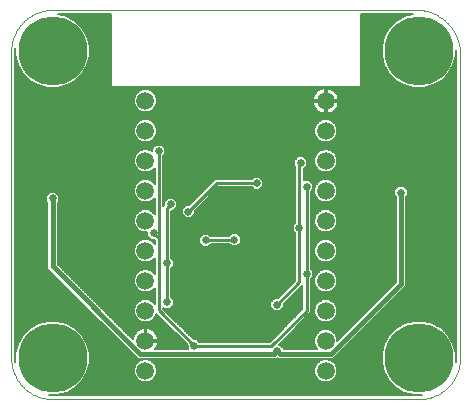
<source format=gbl>
G75*
%MOIN*%
%OFA0B0*%
%FSLAX25Y25*%
%IPPOS*%
%LPD*%
%AMOC8*
5,1,8,0,0,1.08239X$1,22.5*
%
%ADD10C,0.00000*%
%ADD11C,0.05906*%
%ADD12C,0.23000*%
%ADD13C,0.00600*%
%ADD14C,0.02578*%
%ADD15C,0.01000*%
%ADD16C,0.01600*%
D10*
X0026276Y0011207D02*
X0148323Y0011207D01*
X0148656Y0011211D01*
X0148989Y0011223D01*
X0149321Y0011243D01*
X0149653Y0011271D01*
X0149984Y0011307D01*
X0150314Y0011352D01*
X0150643Y0011404D01*
X0150971Y0011464D01*
X0151297Y0011532D01*
X0151621Y0011607D01*
X0151943Y0011691D01*
X0152263Y0011782D01*
X0152581Y0011881D01*
X0152897Y0011988D01*
X0153209Y0012102D01*
X0153519Y0012224D01*
X0153826Y0012354D01*
X0154130Y0012490D01*
X0154430Y0012634D01*
X0154727Y0012785D01*
X0155020Y0012944D01*
X0155309Y0013109D01*
X0155594Y0013281D01*
X0155875Y0013460D01*
X0156151Y0013646D01*
X0156423Y0013839D01*
X0156690Y0014038D01*
X0156952Y0014243D01*
X0157209Y0014455D01*
X0157461Y0014673D01*
X0157707Y0014896D01*
X0157948Y0015126D01*
X0158184Y0015362D01*
X0158414Y0015603D01*
X0158637Y0015849D01*
X0158855Y0016101D01*
X0159067Y0016358D01*
X0159272Y0016620D01*
X0159471Y0016887D01*
X0159664Y0017159D01*
X0159850Y0017435D01*
X0160029Y0017716D01*
X0160201Y0018001D01*
X0160366Y0018290D01*
X0160525Y0018583D01*
X0160676Y0018880D01*
X0160820Y0019180D01*
X0160956Y0019484D01*
X0161086Y0019791D01*
X0161208Y0020101D01*
X0161322Y0020413D01*
X0161429Y0020729D01*
X0161528Y0021047D01*
X0161619Y0021367D01*
X0161703Y0021689D01*
X0161778Y0022013D01*
X0161846Y0022339D01*
X0161906Y0022667D01*
X0161958Y0022996D01*
X0162003Y0023326D01*
X0162039Y0023657D01*
X0162067Y0023989D01*
X0162087Y0024321D01*
X0162099Y0024654D01*
X0162103Y0024987D01*
X0162102Y0024987D02*
X0162102Y0127231D01*
X0162103Y0127231D02*
X0162075Y0127588D01*
X0162038Y0127943D01*
X0161993Y0128298D01*
X0161939Y0128652D01*
X0161877Y0129004D01*
X0161806Y0129354D01*
X0161727Y0129703D01*
X0161639Y0130050D01*
X0161543Y0130394D01*
X0161439Y0130736D01*
X0161326Y0131075D01*
X0161205Y0131412D01*
X0161076Y0131746D01*
X0160940Y0132076D01*
X0160795Y0132403D01*
X0160642Y0132726D01*
X0160482Y0133046D01*
X0160314Y0133361D01*
X0160138Y0133673D01*
X0159955Y0133980D01*
X0159764Y0134282D01*
X0159566Y0134580D01*
X0159361Y0134873D01*
X0159149Y0135161D01*
X0158931Y0135444D01*
X0158705Y0135721D01*
X0158473Y0135993D01*
X0158234Y0136260D01*
X0157989Y0136520D01*
X0157737Y0136774D01*
X0157480Y0137022D01*
X0157217Y0137264D01*
X0156948Y0137500D01*
X0156673Y0137729D01*
X0156393Y0137951D01*
X0156107Y0138166D01*
X0155817Y0138375D01*
X0155521Y0138576D01*
X0155221Y0138770D01*
X0154916Y0138957D01*
X0154607Y0139136D01*
X0154293Y0139308D01*
X0153975Y0139472D01*
X0153654Y0139629D01*
X0153329Y0139777D01*
X0153000Y0139918D01*
X0152668Y0140051D01*
X0152333Y0140176D01*
X0151995Y0140292D01*
X0151654Y0140401D01*
X0151311Y0140501D01*
X0150965Y0140593D01*
X0150618Y0140676D01*
X0150268Y0140751D01*
X0149917Y0140818D01*
X0149564Y0140876D01*
X0149210Y0140925D01*
X0148854Y0140966D01*
X0148498Y0140999D01*
X0148142Y0141022D01*
X0147784Y0141037D01*
X0147427Y0141044D01*
X0147069Y0141042D01*
X0146712Y0141031D01*
X0146355Y0141011D01*
X0146354Y0141010D02*
X0026276Y0141010D01*
X0026276Y0141011D02*
X0025943Y0141007D01*
X0025610Y0140995D01*
X0025278Y0140975D01*
X0024946Y0140947D01*
X0024615Y0140911D01*
X0024285Y0140866D01*
X0023956Y0140814D01*
X0023628Y0140754D01*
X0023302Y0140686D01*
X0022978Y0140611D01*
X0022656Y0140527D01*
X0022336Y0140436D01*
X0022018Y0140337D01*
X0021702Y0140230D01*
X0021390Y0140116D01*
X0021080Y0139994D01*
X0020773Y0139864D01*
X0020469Y0139728D01*
X0020169Y0139584D01*
X0019872Y0139433D01*
X0019579Y0139274D01*
X0019290Y0139109D01*
X0019005Y0138937D01*
X0018724Y0138758D01*
X0018448Y0138572D01*
X0018176Y0138379D01*
X0017909Y0138180D01*
X0017647Y0137975D01*
X0017390Y0137763D01*
X0017138Y0137545D01*
X0016892Y0137322D01*
X0016651Y0137092D01*
X0016415Y0136856D01*
X0016185Y0136615D01*
X0015962Y0136369D01*
X0015744Y0136117D01*
X0015532Y0135860D01*
X0015327Y0135598D01*
X0015128Y0135331D01*
X0014935Y0135059D01*
X0014749Y0134783D01*
X0014570Y0134502D01*
X0014398Y0134217D01*
X0014233Y0133928D01*
X0014074Y0133635D01*
X0013923Y0133338D01*
X0013779Y0133038D01*
X0013643Y0132734D01*
X0013513Y0132427D01*
X0013391Y0132117D01*
X0013277Y0131805D01*
X0013170Y0131489D01*
X0013071Y0131171D01*
X0012980Y0130851D01*
X0012896Y0130529D01*
X0012821Y0130205D01*
X0012753Y0129879D01*
X0012693Y0129551D01*
X0012641Y0129222D01*
X0012596Y0128892D01*
X0012560Y0128561D01*
X0012532Y0128229D01*
X0012512Y0127897D01*
X0012500Y0127564D01*
X0012496Y0127231D01*
X0012496Y0024987D01*
X0012500Y0024654D01*
X0012512Y0024321D01*
X0012532Y0023989D01*
X0012560Y0023657D01*
X0012596Y0023326D01*
X0012641Y0022996D01*
X0012693Y0022667D01*
X0012753Y0022339D01*
X0012821Y0022013D01*
X0012896Y0021689D01*
X0012980Y0021367D01*
X0013071Y0021047D01*
X0013170Y0020729D01*
X0013277Y0020413D01*
X0013391Y0020101D01*
X0013513Y0019791D01*
X0013643Y0019484D01*
X0013779Y0019180D01*
X0013923Y0018880D01*
X0014074Y0018583D01*
X0014233Y0018290D01*
X0014398Y0018001D01*
X0014570Y0017716D01*
X0014749Y0017435D01*
X0014935Y0017159D01*
X0015128Y0016887D01*
X0015327Y0016620D01*
X0015532Y0016358D01*
X0015744Y0016101D01*
X0015962Y0015849D01*
X0016185Y0015603D01*
X0016415Y0015362D01*
X0016651Y0015126D01*
X0016892Y0014896D01*
X0017138Y0014673D01*
X0017390Y0014455D01*
X0017647Y0014243D01*
X0017909Y0014038D01*
X0018176Y0013839D01*
X0018448Y0013646D01*
X0018724Y0013460D01*
X0019005Y0013281D01*
X0019290Y0013109D01*
X0019579Y0012944D01*
X0019872Y0012785D01*
X0020169Y0012634D01*
X0020469Y0012490D01*
X0020773Y0012354D01*
X0021080Y0012224D01*
X0021390Y0012102D01*
X0021702Y0011988D01*
X0022018Y0011881D01*
X0022336Y0011782D01*
X0022656Y0011691D01*
X0022978Y0011607D01*
X0023302Y0011532D01*
X0023628Y0011464D01*
X0023956Y0011404D01*
X0024285Y0011352D01*
X0024615Y0011307D01*
X0024946Y0011271D01*
X0025278Y0011243D01*
X0025610Y0011223D01*
X0025943Y0011211D01*
X0026276Y0011207D01*
D11*
X0057249Y0020662D03*
X0057249Y0030662D03*
X0057249Y0040662D03*
X0057249Y0050662D03*
X0057249Y0060662D03*
X0057249Y0070662D03*
X0057249Y0080662D03*
X0057249Y0090662D03*
X0057249Y0100662D03*
X0057249Y0110662D03*
X0117349Y0110662D03*
X0117349Y0100662D03*
X0117349Y0090662D03*
X0117349Y0080662D03*
X0117349Y0070662D03*
X0117349Y0060662D03*
X0117349Y0050662D03*
X0117349Y0040662D03*
X0117349Y0030662D03*
X0117349Y0020662D03*
D12*
X0148323Y0024987D03*
X0026276Y0024987D03*
X0026276Y0127349D03*
X0148323Y0127349D03*
D13*
X0027908Y0012587D02*
X0025062Y0012587D01*
X0026276Y0012507D01*
X0148323Y0012507D01*
X0149536Y0012587D01*
X0146690Y0012587D01*
X0143537Y0013432D01*
X0140709Y0015064D01*
X0138400Y0017373D01*
X0136768Y0020201D01*
X0135923Y0023354D01*
X0135923Y0026619D01*
X0136768Y0029773D01*
X0138400Y0032601D01*
X0140709Y0034909D01*
X0143537Y0036542D01*
X0146690Y0037387D01*
X0149955Y0037387D01*
X0153109Y0036542D01*
X0155937Y0034909D01*
X0158245Y0032601D01*
X0159878Y0029773D01*
X0160723Y0026619D01*
X0160723Y0023773D01*
X0160802Y0024987D01*
X0160802Y0127166D01*
X0160723Y0127765D01*
X0160723Y0125717D01*
X0159878Y0122563D01*
X0158245Y0119735D01*
X0155937Y0117427D01*
X0153109Y0115794D01*
X0149955Y0114949D01*
X0146690Y0114949D01*
X0143537Y0115794D01*
X0140709Y0117427D01*
X0138400Y0119735D01*
X0136768Y0122563D01*
X0135923Y0125717D01*
X0135923Y0128982D01*
X0136768Y0132135D01*
X0138400Y0134963D01*
X0140709Y0137272D01*
X0143537Y0138904D01*
X0146546Y0139710D01*
X0146398Y0139710D01*
X0145904Y0139678D01*
X0145866Y0139710D01*
X0128938Y0139710D01*
X0128938Y0115414D01*
X0128762Y0115238D01*
X0045836Y0115238D01*
X0045661Y0115414D01*
X0045661Y0139710D01*
X0028052Y0139710D01*
X0031062Y0138904D01*
X0033889Y0137272D01*
X0036198Y0134963D01*
X0037831Y0132135D01*
X0038676Y0128982D01*
X0038676Y0125717D01*
X0037831Y0122563D01*
X0036198Y0119735D01*
X0033889Y0117427D01*
X0031062Y0115794D01*
X0027908Y0114949D01*
X0024643Y0114949D01*
X0021489Y0115794D01*
X0018662Y0117427D01*
X0016353Y0119735D01*
X0014721Y0122563D01*
X0013876Y0125717D01*
X0013876Y0128445D01*
X0013796Y0127231D01*
X0013796Y0024987D01*
X0013876Y0023773D01*
X0013876Y0026619D01*
X0014721Y0029773D01*
X0016353Y0032601D01*
X0018662Y0034909D01*
X0021489Y0036542D01*
X0024643Y0037387D01*
X0027908Y0037387D01*
X0031062Y0036542D01*
X0033889Y0034909D01*
X0036198Y0032601D01*
X0037831Y0029773D01*
X0038676Y0026619D01*
X0038676Y0023354D01*
X0037831Y0020201D01*
X0036198Y0017373D01*
X0033889Y0015064D01*
X0031062Y0013432D01*
X0027908Y0012587D01*
X0029461Y0013003D02*
X0145138Y0013003D01*
X0143243Y0013601D02*
X0031355Y0013601D01*
X0032392Y0014200D02*
X0142206Y0014200D01*
X0141170Y0014798D02*
X0033429Y0014798D01*
X0034222Y0015397D02*
X0140377Y0015397D01*
X0139778Y0015995D02*
X0034820Y0015995D01*
X0035419Y0016594D02*
X0139180Y0016594D01*
X0138581Y0017192D02*
X0119040Y0017192D01*
X0119532Y0017396D02*
X0120615Y0018480D01*
X0121202Y0019896D01*
X0121202Y0021429D01*
X0120615Y0022845D01*
X0119532Y0023929D01*
X0118116Y0024515D01*
X0116583Y0024515D01*
X0115167Y0023929D01*
X0114083Y0022845D01*
X0113496Y0021429D01*
X0113496Y0019896D01*
X0114083Y0018480D01*
X0115167Y0017396D01*
X0116583Y0016810D01*
X0118116Y0016810D01*
X0119532Y0017396D01*
X0119926Y0017791D02*
X0138159Y0017791D01*
X0137814Y0018389D02*
X0120525Y0018389D01*
X0120826Y0018988D02*
X0137468Y0018988D01*
X0137122Y0019587D02*
X0121074Y0019587D01*
X0121202Y0020185D02*
X0136777Y0020185D01*
X0136612Y0020784D02*
X0121202Y0020784D01*
X0121202Y0021382D02*
X0136451Y0021382D01*
X0136291Y0021981D02*
X0120973Y0021981D01*
X0120726Y0022579D02*
X0136131Y0022579D01*
X0135970Y0023178D02*
X0120283Y0023178D01*
X0119684Y0023776D02*
X0135923Y0023776D01*
X0135923Y0024375D02*
X0118455Y0024375D01*
X0119856Y0024610D02*
X0120852Y0025606D01*
X0143121Y0047875D01*
X0143121Y0047875D01*
X0144117Y0048871D01*
X0144117Y0078709D01*
X0144606Y0079198D01*
X0144606Y0081012D01*
X0143324Y0082294D01*
X0141511Y0082294D01*
X0140228Y0081012D01*
X0140228Y0079198D01*
X0140717Y0078709D01*
X0140717Y0050279D01*
X0121202Y0030764D01*
X0121202Y0031429D01*
X0120615Y0032845D01*
X0119532Y0033929D01*
X0118116Y0034515D01*
X0116583Y0034515D01*
X0115167Y0033929D01*
X0114083Y0032845D01*
X0113496Y0031429D01*
X0113496Y0029896D01*
X0114083Y0028480D01*
X0114553Y0028010D01*
X0103268Y0028010D01*
X0103268Y0028169D01*
X0101985Y0029451D01*
X0101618Y0029451D01*
X0111512Y0039345D01*
X0112332Y0040165D01*
X0112332Y0051271D01*
X0113121Y0052060D01*
X0113121Y0053873D01*
X0112332Y0054662D01*
X0112332Y0080367D01*
X0113121Y0081156D01*
X0113121Y0082970D01*
X0111838Y0084252D01*
X0110025Y0084252D01*
X0109943Y0084170D01*
X0109943Y0087842D01*
X0111142Y0089041D01*
X0111142Y0090854D01*
X0109859Y0092136D01*
X0108046Y0092136D01*
X0106764Y0090854D01*
X0106764Y0089041D01*
X0107143Y0088662D01*
X0107143Y0069969D01*
X0106354Y0069180D01*
X0106354Y0067367D01*
X0107143Y0066578D01*
X0107143Y0050747D01*
X0101288Y0044892D01*
X0100172Y0044892D01*
X0098890Y0043610D01*
X0098890Y0041797D01*
X0100172Y0040514D01*
X0101985Y0040514D01*
X0103268Y0041797D01*
X0103268Y0042912D01*
X0109123Y0048767D01*
X0109532Y0049177D01*
X0109532Y0041325D01*
X0098605Y0030399D01*
X0075215Y0030399D01*
X0074426Y0031188D01*
X0073311Y0031188D01*
X0063109Y0041390D01*
X0063109Y0041707D01*
X0063536Y0041280D01*
X0065349Y0041280D01*
X0066632Y0042562D01*
X0066632Y0044376D01*
X0065843Y0045165D01*
X0065843Y0054787D01*
X0066632Y0055576D01*
X0066632Y0057390D01*
X0065843Y0058179D01*
X0065843Y0073979D01*
X0066552Y0073979D01*
X0067835Y0075261D01*
X0067835Y0077075D01*
X0066552Y0078357D01*
X0064739Y0078357D01*
X0063457Y0077075D01*
X0063457Y0075959D01*
X0063109Y0075611D01*
X0063109Y0092210D01*
X0063887Y0092988D01*
X0063887Y0094802D01*
X0062605Y0096084D01*
X0060791Y0096084D01*
X0059509Y0094802D01*
X0059509Y0093851D01*
X0059432Y0093929D01*
X0058016Y0094515D01*
X0056483Y0094515D01*
X0055067Y0093929D01*
X0053983Y0092845D01*
X0053396Y0091429D01*
X0053396Y0089896D01*
X0053983Y0088480D01*
X0055067Y0087396D01*
X0056483Y0086810D01*
X0058016Y0086810D01*
X0059432Y0087396D01*
X0060309Y0088273D01*
X0060309Y0083052D01*
X0059432Y0083929D01*
X0058016Y0084515D01*
X0056483Y0084515D01*
X0055067Y0083929D01*
X0053983Y0082845D01*
X0053396Y0081429D01*
X0053396Y0079896D01*
X0053983Y0078480D01*
X0055067Y0077396D01*
X0056483Y0076810D01*
X0058016Y0076810D01*
X0059432Y0077396D01*
X0060309Y0078273D01*
X0060309Y0073052D01*
X0059432Y0073929D01*
X0058016Y0074515D01*
X0056483Y0074515D01*
X0055067Y0073929D01*
X0053983Y0072845D01*
X0053396Y0071429D01*
X0053396Y0069896D01*
X0053983Y0068480D01*
X0055067Y0067396D01*
X0056483Y0066810D01*
X0057758Y0066810D01*
X0057758Y0065606D01*
X0059040Y0064324D01*
X0060156Y0064324D01*
X0060309Y0064171D01*
X0060309Y0063052D01*
X0059432Y0063929D01*
X0058016Y0064515D01*
X0056483Y0064515D01*
X0055067Y0063929D01*
X0053983Y0062845D01*
X0053396Y0061429D01*
X0053396Y0059896D01*
X0053983Y0058480D01*
X0055067Y0057396D01*
X0056483Y0056810D01*
X0058016Y0056810D01*
X0059432Y0057396D01*
X0060309Y0058273D01*
X0060309Y0053052D01*
X0059432Y0053929D01*
X0058016Y0054515D01*
X0056483Y0054515D01*
X0055067Y0053929D01*
X0053983Y0052845D01*
X0053396Y0051429D01*
X0053396Y0049896D01*
X0053983Y0048480D01*
X0055067Y0047396D01*
X0056483Y0046810D01*
X0058016Y0046810D01*
X0059432Y0047396D01*
X0060309Y0048273D01*
X0060309Y0043052D01*
X0059432Y0043929D01*
X0058016Y0044515D01*
X0056483Y0044515D01*
X0055067Y0043929D01*
X0053983Y0042845D01*
X0053396Y0041429D01*
X0053396Y0039896D01*
X0053983Y0038480D01*
X0055067Y0037396D01*
X0056483Y0036810D01*
X0058016Y0036810D01*
X0059432Y0037396D01*
X0060515Y0038480D01*
X0060967Y0039571D01*
X0061129Y0039410D01*
X0071331Y0029208D01*
X0071331Y0028092D01*
X0071413Y0028010D01*
X0060579Y0028010D01*
X0060886Y0028434D01*
X0061190Y0029030D01*
X0061397Y0029667D01*
X0061502Y0030328D01*
X0061502Y0030362D01*
X0057549Y0030362D01*
X0057549Y0030962D01*
X0061502Y0030962D01*
X0061502Y0030997D01*
X0061397Y0031658D01*
X0061190Y0032295D01*
X0060886Y0032891D01*
X0060493Y0033433D01*
X0060020Y0033906D01*
X0059478Y0034300D01*
X0058882Y0034604D01*
X0058245Y0034810D01*
X0057584Y0034915D01*
X0057549Y0034915D01*
X0057549Y0030963D01*
X0056949Y0030963D01*
X0056949Y0034915D01*
X0056915Y0034915D01*
X0056253Y0034810D01*
X0055617Y0034604D01*
X0055020Y0034300D01*
X0054479Y0033906D01*
X0054005Y0033433D01*
X0053612Y0032891D01*
X0053308Y0032295D01*
X0053101Y0031658D01*
X0053019Y0031141D01*
X0027976Y0056184D01*
X0027976Y0076741D01*
X0028465Y0077230D01*
X0028465Y0079043D01*
X0027182Y0080325D01*
X0025369Y0080325D01*
X0024087Y0079043D01*
X0024087Y0077230D01*
X0024576Y0076741D01*
X0024576Y0054776D01*
X0025571Y0053780D01*
X0025571Y0053780D01*
X0053746Y0025606D01*
X0053746Y0025606D01*
X0054742Y0024610D01*
X0100830Y0024610D01*
X0101079Y0024858D01*
X0101327Y0024610D01*
X0119856Y0024610D01*
X0120220Y0024973D02*
X0135923Y0024973D01*
X0135923Y0025572D02*
X0120818Y0025572D01*
X0121417Y0026170D02*
X0135923Y0026170D01*
X0135963Y0026769D02*
X0122015Y0026769D01*
X0122614Y0027367D02*
X0136123Y0027367D01*
X0136284Y0027966D02*
X0123212Y0027966D01*
X0123811Y0028564D02*
X0136444Y0028564D01*
X0136604Y0029163D02*
X0124409Y0029163D01*
X0125008Y0029761D02*
X0136765Y0029761D01*
X0137107Y0030360D02*
X0125606Y0030360D01*
X0126205Y0030958D02*
X0137452Y0030958D01*
X0137798Y0031557D02*
X0126803Y0031557D01*
X0127402Y0032155D02*
X0138143Y0032155D01*
X0138553Y0032754D02*
X0128000Y0032754D01*
X0128599Y0033352D02*
X0139152Y0033352D01*
X0139750Y0033951D02*
X0129197Y0033951D01*
X0129796Y0034549D02*
X0140349Y0034549D01*
X0141122Y0035148D02*
X0130394Y0035148D01*
X0130993Y0035746D02*
X0142159Y0035746D01*
X0143195Y0036345D02*
X0131591Y0036345D01*
X0132190Y0036943D02*
X0145035Y0036943D01*
X0151611Y0036943D02*
X0160802Y0036943D01*
X0160802Y0036345D02*
X0153450Y0036345D01*
X0154487Y0035746D02*
X0160802Y0035746D01*
X0160802Y0035148D02*
X0155524Y0035148D01*
X0156297Y0034549D02*
X0160802Y0034549D01*
X0160802Y0033951D02*
X0156895Y0033951D01*
X0157494Y0033352D02*
X0160802Y0033352D01*
X0160802Y0032754D02*
X0158092Y0032754D01*
X0158502Y0032155D02*
X0160802Y0032155D01*
X0160802Y0031557D02*
X0158848Y0031557D01*
X0159194Y0030958D02*
X0160802Y0030958D01*
X0160802Y0030360D02*
X0159539Y0030360D01*
X0159881Y0029761D02*
X0160802Y0029761D01*
X0160802Y0029163D02*
X0160041Y0029163D01*
X0160202Y0028564D02*
X0160802Y0028564D01*
X0160802Y0027966D02*
X0160362Y0027966D01*
X0160522Y0027367D02*
X0160802Y0027367D01*
X0160802Y0026769D02*
X0160683Y0026769D01*
X0160723Y0026170D02*
X0160802Y0026170D01*
X0160802Y0025572D02*
X0160723Y0025572D01*
X0160723Y0024973D02*
X0160801Y0024973D01*
X0160762Y0024375D02*
X0160723Y0024375D01*
X0160723Y0023776D02*
X0160723Y0023776D01*
X0160802Y0037542D02*
X0132788Y0037542D01*
X0133387Y0038140D02*
X0160802Y0038140D01*
X0160802Y0038739D02*
X0133985Y0038739D01*
X0134584Y0039337D02*
X0160802Y0039337D01*
X0160802Y0039936D02*
X0135183Y0039936D01*
X0135781Y0040534D02*
X0160802Y0040534D01*
X0160802Y0041133D02*
X0136380Y0041133D01*
X0136978Y0041731D02*
X0160802Y0041731D01*
X0160802Y0042330D02*
X0137577Y0042330D01*
X0138175Y0042928D02*
X0160802Y0042928D01*
X0160802Y0043527D02*
X0138774Y0043527D01*
X0139372Y0044125D02*
X0160802Y0044125D01*
X0160802Y0044724D02*
X0139971Y0044724D01*
X0140569Y0045322D02*
X0160802Y0045322D01*
X0160802Y0045921D02*
X0141168Y0045921D01*
X0141766Y0046520D02*
X0160802Y0046520D01*
X0160802Y0047118D02*
X0142365Y0047118D01*
X0142963Y0047717D02*
X0160802Y0047717D01*
X0160802Y0048315D02*
X0143562Y0048315D01*
X0144117Y0048914D02*
X0160802Y0048914D01*
X0160802Y0049512D02*
X0144117Y0049512D01*
X0144117Y0050111D02*
X0160802Y0050111D01*
X0160802Y0050709D02*
X0144117Y0050709D01*
X0144117Y0051308D02*
X0160802Y0051308D01*
X0160802Y0051906D02*
X0144117Y0051906D01*
X0144117Y0052505D02*
X0160802Y0052505D01*
X0160802Y0053103D02*
X0144117Y0053103D01*
X0144117Y0053702D02*
X0160802Y0053702D01*
X0160802Y0054300D02*
X0144117Y0054300D01*
X0144117Y0054899D02*
X0160802Y0054899D01*
X0160802Y0055497D02*
X0144117Y0055497D01*
X0144117Y0056096D02*
X0160802Y0056096D01*
X0160802Y0056694D02*
X0144117Y0056694D01*
X0144117Y0057293D02*
X0160802Y0057293D01*
X0160802Y0057891D02*
X0144117Y0057891D01*
X0144117Y0058490D02*
X0160802Y0058490D01*
X0160802Y0059088D02*
X0144117Y0059088D01*
X0144117Y0059687D02*
X0160802Y0059687D01*
X0160802Y0060285D02*
X0144117Y0060285D01*
X0144117Y0060884D02*
X0160802Y0060884D01*
X0160802Y0061482D02*
X0144117Y0061482D01*
X0144117Y0062081D02*
X0160802Y0062081D01*
X0160802Y0062679D02*
X0144117Y0062679D01*
X0144117Y0063278D02*
X0160802Y0063278D01*
X0160802Y0063876D02*
X0144117Y0063876D01*
X0144117Y0064475D02*
X0160802Y0064475D01*
X0160802Y0065073D02*
X0144117Y0065073D01*
X0144117Y0065672D02*
X0160802Y0065672D01*
X0160802Y0066270D02*
X0144117Y0066270D01*
X0144117Y0066869D02*
X0160802Y0066869D01*
X0160802Y0067467D02*
X0144117Y0067467D01*
X0144117Y0068066D02*
X0160802Y0068066D01*
X0160802Y0068664D02*
X0144117Y0068664D01*
X0144117Y0069263D02*
X0160802Y0069263D01*
X0160802Y0069861D02*
X0144117Y0069861D01*
X0144117Y0070460D02*
X0160802Y0070460D01*
X0160802Y0071058D02*
X0144117Y0071058D01*
X0144117Y0071657D02*
X0160802Y0071657D01*
X0160802Y0072255D02*
X0144117Y0072255D01*
X0144117Y0072854D02*
X0160802Y0072854D01*
X0160802Y0073453D02*
X0144117Y0073453D01*
X0144117Y0074051D02*
X0160802Y0074051D01*
X0160802Y0074650D02*
X0144117Y0074650D01*
X0144117Y0075248D02*
X0160802Y0075248D01*
X0160802Y0075847D02*
X0144117Y0075847D01*
X0144117Y0076445D02*
X0160802Y0076445D01*
X0160802Y0077044D02*
X0144117Y0077044D01*
X0144117Y0077642D02*
X0160802Y0077642D01*
X0160802Y0078241D02*
X0144117Y0078241D01*
X0144247Y0078839D02*
X0160802Y0078839D01*
X0160802Y0079438D02*
X0144606Y0079438D01*
X0144606Y0080036D02*
X0160802Y0080036D01*
X0160802Y0080635D02*
X0144606Y0080635D01*
X0144385Y0081233D02*
X0160802Y0081233D01*
X0160802Y0081832D02*
X0143786Y0081832D01*
X0141048Y0081832D02*
X0121035Y0081832D01*
X0121202Y0081429D02*
X0120615Y0082845D01*
X0119532Y0083929D01*
X0118116Y0084515D01*
X0116583Y0084515D01*
X0115167Y0083929D01*
X0114083Y0082845D01*
X0113496Y0081429D01*
X0113496Y0079896D01*
X0114083Y0078480D01*
X0115167Y0077396D01*
X0116583Y0076810D01*
X0118116Y0076810D01*
X0119532Y0077396D01*
X0120615Y0078480D01*
X0121202Y0079896D01*
X0121202Y0081429D01*
X0121202Y0081233D02*
X0140450Y0081233D01*
X0140228Y0080635D02*
X0121202Y0080635D01*
X0121202Y0080036D02*
X0140228Y0080036D01*
X0140228Y0079438D02*
X0121012Y0079438D01*
X0120764Y0078839D02*
X0140588Y0078839D01*
X0140717Y0078241D02*
X0120376Y0078241D01*
X0119777Y0077642D02*
X0140717Y0077642D01*
X0140717Y0077044D02*
X0118680Y0077044D01*
X0118116Y0074515D02*
X0116583Y0074515D01*
X0115167Y0073929D01*
X0114083Y0072845D01*
X0113496Y0071429D01*
X0113496Y0069896D01*
X0114083Y0068480D01*
X0115167Y0067396D01*
X0116583Y0066810D01*
X0118116Y0066810D01*
X0119532Y0067396D01*
X0120615Y0068480D01*
X0121202Y0069896D01*
X0121202Y0071429D01*
X0120615Y0072845D01*
X0119532Y0073929D01*
X0118116Y0074515D01*
X0119236Y0074051D02*
X0140717Y0074051D01*
X0140717Y0073453D02*
X0120008Y0073453D01*
X0120606Y0072854D02*
X0140717Y0072854D01*
X0140717Y0072255D02*
X0120860Y0072255D01*
X0121107Y0071657D02*
X0140717Y0071657D01*
X0140717Y0071058D02*
X0121202Y0071058D01*
X0121202Y0070460D02*
X0140717Y0070460D01*
X0140717Y0069861D02*
X0121188Y0069861D01*
X0120940Y0069263D02*
X0140717Y0069263D01*
X0140717Y0068664D02*
X0120692Y0068664D01*
X0120201Y0068066D02*
X0140717Y0068066D01*
X0140717Y0067467D02*
X0119603Y0067467D01*
X0118258Y0066869D02*
X0140717Y0066869D01*
X0140717Y0066270D02*
X0112332Y0066270D01*
X0112332Y0065672D02*
X0140717Y0065672D01*
X0140717Y0065073D02*
X0112332Y0065073D01*
X0112332Y0064475D02*
X0116485Y0064475D01*
X0116583Y0064515D02*
X0115167Y0063929D01*
X0114083Y0062845D01*
X0113496Y0061429D01*
X0113496Y0059896D01*
X0114083Y0058480D01*
X0115167Y0057396D01*
X0116583Y0056810D01*
X0118116Y0056810D01*
X0119532Y0057396D01*
X0120615Y0058480D01*
X0121202Y0059896D01*
X0121202Y0061429D01*
X0120615Y0062845D01*
X0119532Y0063929D01*
X0118116Y0064515D01*
X0116583Y0064515D01*
X0115114Y0063876D02*
X0112332Y0063876D01*
X0112332Y0063278D02*
X0114516Y0063278D01*
X0114014Y0062679D02*
X0112332Y0062679D01*
X0112332Y0062081D02*
X0113767Y0062081D01*
X0113519Y0061482D02*
X0112332Y0061482D01*
X0112332Y0060884D02*
X0113496Y0060884D01*
X0113496Y0060285D02*
X0112332Y0060285D01*
X0112332Y0059687D02*
X0113583Y0059687D01*
X0113831Y0059088D02*
X0112332Y0059088D01*
X0112332Y0058490D02*
X0114079Y0058490D01*
X0114672Y0057891D02*
X0112332Y0057891D01*
X0112332Y0057293D02*
X0115417Y0057293D01*
X0112332Y0056694D02*
X0140717Y0056694D01*
X0140717Y0056096D02*
X0112332Y0056096D01*
X0112332Y0055497D02*
X0140717Y0055497D01*
X0140717Y0054899D02*
X0112332Y0054899D01*
X0112694Y0054300D02*
X0116064Y0054300D01*
X0116583Y0054515D02*
X0115167Y0053929D01*
X0114083Y0052845D01*
X0113496Y0051429D01*
X0113496Y0049896D01*
X0114083Y0048480D01*
X0115167Y0047396D01*
X0116583Y0046810D01*
X0118116Y0046810D01*
X0119532Y0047396D01*
X0120615Y0048480D01*
X0121202Y0049896D01*
X0121202Y0051429D01*
X0120615Y0052845D01*
X0119532Y0053929D01*
X0118116Y0054515D01*
X0116583Y0054515D01*
X0114940Y0053702D02*
X0113121Y0053702D01*
X0113121Y0053103D02*
X0114341Y0053103D01*
X0113942Y0052505D02*
X0113121Y0052505D01*
X0112967Y0051906D02*
X0113694Y0051906D01*
X0113496Y0051308D02*
X0112369Y0051308D01*
X0112332Y0050709D02*
X0113496Y0050709D01*
X0113496Y0050111D02*
X0112332Y0050111D01*
X0112332Y0049512D02*
X0113656Y0049512D01*
X0113903Y0048914D02*
X0112332Y0048914D01*
X0112332Y0048315D02*
X0114248Y0048315D01*
X0114847Y0047717D02*
X0112332Y0047717D01*
X0112332Y0047118D02*
X0115838Y0047118D01*
X0118860Y0047118D02*
X0137556Y0047118D01*
X0136958Y0046520D02*
X0112332Y0046520D01*
X0112332Y0045921D02*
X0136359Y0045921D01*
X0135761Y0045322D02*
X0112332Y0045322D01*
X0112332Y0044724D02*
X0135162Y0044724D01*
X0134564Y0044125D02*
X0119056Y0044125D01*
X0119532Y0043929D02*
X0118116Y0044515D01*
X0116583Y0044515D01*
X0115167Y0043929D01*
X0114083Y0042845D01*
X0113496Y0041429D01*
X0113496Y0039896D01*
X0114083Y0038480D01*
X0115167Y0037396D01*
X0116583Y0036810D01*
X0118116Y0036810D01*
X0119532Y0037396D01*
X0120615Y0038480D01*
X0121202Y0039896D01*
X0121202Y0041429D01*
X0120615Y0042845D01*
X0119532Y0043929D01*
X0119933Y0043527D02*
X0133965Y0043527D01*
X0133367Y0042928D02*
X0120532Y0042928D01*
X0120829Y0042330D02*
X0132768Y0042330D01*
X0132170Y0041731D02*
X0121077Y0041731D01*
X0121202Y0041133D02*
X0131571Y0041133D01*
X0130973Y0040534D02*
X0121202Y0040534D01*
X0121202Y0039936D02*
X0130374Y0039936D01*
X0129776Y0039337D02*
X0120971Y0039337D01*
X0120723Y0038739D02*
X0129177Y0038739D01*
X0128579Y0038140D02*
X0120276Y0038140D01*
X0119677Y0037542D02*
X0127980Y0037542D01*
X0127382Y0036943D02*
X0118438Y0036943D01*
X0116260Y0036943D02*
X0109110Y0036943D01*
X0109708Y0037542D02*
X0115021Y0037542D01*
X0114423Y0038140D02*
X0110307Y0038140D01*
X0110905Y0038739D02*
X0113976Y0038739D01*
X0113728Y0039337D02*
X0111504Y0039337D01*
X0112102Y0039936D02*
X0113496Y0039936D01*
X0113496Y0040534D02*
X0112332Y0040534D01*
X0112332Y0041133D02*
X0113496Y0041133D01*
X0113622Y0041731D02*
X0112332Y0041731D01*
X0112332Y0042330D02*
X0113870Y0042330D01*
X0114167Y0042928D02*
X0112332Y0042928D01*
X0112332Y0043527D02*
X0114765Y0043527D01*
X0115642Y0044125D02*
X0112332Y0044125D01*
X0109532Y0044125D02*
X0104481Y0044125D01*
X0103882Y0043527D02*
X0109532Y0043527D01*
X0109532Y0042928D02*
X0103284Y0042928D01*
X0103268Y0042330D02*
X0109532Y0042330D01*
X0109532Y0041731D02*
X0103202Y0041731D01*
X0102604Y0041133D02*
X0109339Y0041133D01*
X0108741Y0040534D02*
X0102005Y0040534D01*
X0100152Y0040534D02*
X0063964Y0040534D01*
X0064562Y0039936D02*
X0108142Y0039936D01*
X0107544Y0039337D02*
X0065161Y0039337D01*
X0065759Y0038739D02*
X0106945Y0038739D01*
X0106347Y0038140D02*
X0066358Y0038140D01*
X0066956Y0037542D02*
X0105748Y0037542D01*
X0105150Y0036943D02*
X0067555Y0036943D01*
X0068153Y0036345D02*
X0104551Y0036345D01*
X0103953Y0035746D02*
X0068752Y0035746D01*
X0069350Y0035148D02*
X0103354Y0035148D01*
X0102756Y0034549D02*
X0069949Y0034549D01*
X0070547Y0033951D02*
X0102157Y0033951D01*
X0101559Y0033352D02*
X0071146Y0033352D01*
X0071745Y0032754D02*
X0100960Y0032754D01*
X0100362Y0032155D02*
X0072343Y0032155D01*
X0072942Y0031557D02*
X0099763Y0031557D01*
X0099165Y0030958D02*
X0074656Y0030958D01*
X0071331Y0029163D02*
X0061234Y0029163D01*
X0061412Y0029761D02*
X0070777Y0029761D01*
X0070179Y0030360D02*
X0061502Y0030360D01*
X0061413Y0031557D02*
X0068982Y0031557D01*
X0069580Y0030958D02*
X0057549Y0030958D01*
X0057549Y0031557D02*
X0056949Y0031557D01*
X0056949Y0032155D02*
X0057549Y0032155D01*
X0057549Y0032754D02*
X0056949Y0032754D01*
X0056949Y0033352D02*
X0057549Y0033352D01*
X0057549Y0033951D02*
X0056949Y0033951D01*
X0056949Y0034549D02*
X0057549Y0034549D01*
X0058988Y0034549D02*
X0065989Y0034549D01*
X0066588Y0033951D02*
X0059958Y0033951D01*
X0060552Y0033352D02*
X0067186Y0033352D01*
X0067785Y0032754D02*
X0060957Y0032754D01*
X0061236Y0032155D02*
X0068383Y0032155D01*
X0065391Y0035148D02*
X0049012Y0035148D01*
X0048414Y0035746D02*
X0064792Y0035746D01*
X0064194Y0036345D02*
X0047815Y0036345D01*
X0047217Y0036943D02*
X0056160Y0036943D01*
X0054921Y0037542D02*
X0046618Y0037542D01*
X0046020Y0038140D02*
X0054323Y0038140D01*
X0053876Y0038739D02*
X0045421Y0038739D01*
X0044823Y0039337D02*
X0053628Y0039337D01*
X0053396Y0039936D02*
X0044224Y0039936D01*
X0043626Y0040534D02*
X0053396Y0040534D01*
X0053396Y0041133D02*
X0043027Y0041133D01*
X0042429Y0041731D02*
X0053522Y0041731D01*
X0053770Y0042330D02*
X0041830Y0042330D01*
X0041232Y0042928D02*
X0054067Y0042928D01*
X0054665Y0043527D02*
X0040633Y0043527D01*
X0040035Y0044125D02*
X0055542Y0044125D01*
X0058956Y0044125D02*
X0060309Y0044125D01*
X0060309Y0043527D02*
X0059833Y0043527D01*
X0060309Y0044724D02*
X0039436Y0044724D01*
X0038838Y0045322D02*
X0060309Y0045322D01*
X0060309Y0045921D02*
X0038239Y0045921D01*
X0037641Y0046520D02*
X0060309Y0046520D01*
X0060309Y0047118D02*
X0058760Y0047118D01*
X0059752Y0047717D02*
X0060309Y0047717D01*
X0055738Y0047118D02*
X0037042Y0047118D01*
X0036444Y0047717D02*
X0054747Y0047717D01*
X0054148Y0048315D02*
X0035845Y0048315D01*
X0035247Y0048914D02*
X0053803Y0048914D01*
X0053556Y0049512D02*
X0034648Y0049512D01*
X0034049Y0050111D02*
X0053396Y0050111D01*
X0053396Y0050709D02*
X0033451Y0050709D01*
X0032852Y0051308D02*
X0053396Y0051308D01*
X0053594Y0051906D02*
X0032254Y0051906D01*
X0031655Y0052505D02*
X0053842Y0052505D01*
X0054241Y0053103D02*
X0031057Y0053103D01*
X0030458Y0053702D02*
X0054840Y0053702D01*
X0055964Y0054300D02*
X0029860Y0054300D01*
X0029261Y0054899D02*
X0060309Y0054899D01*
X0060309Y0055497D02*
X0028663Y0055497D01*
X0028064Y0056096D02*
X0060309Y0056096D01*
X0060309Y0056694D02*
X0027976Y0056694D01*
X0027976Y0057293D02*
X0055317Y0057293D01*
X0054572Y0057891D02*
X0027976Y0057891D01*
X0027976Y0058490D02*
X0053979Y0058490D01*
X0053731Y0059088D02*
X0027976Y0059088D01*
X0027976Y0059687D02*
X0053483Y0059687D01*
X0053396Y0060285D02*
X0027976Y0060285D01*
X0027976Y0060884D02*
X0053396Y0060884D01*
X0053419Y0061482D02*
X0027976Y0061482D01*
X0027976Y0062081D02*
X0053667Y0062081D01*
X0053914Y0062679D02*
X0027976Y0062679D01*
X0027976Y0063278D02*
X0054416Y0063278D01*
X0055014Y0063876D02*
X0027976Y0063876D01*
X0027976Y0064475D02*
X0056385Y0064475D01*
X0058113Y0064475D02*
X0058889Y0064475D01*
X0059484Y0063876D02*
X0060309Y0063876D01*
X0060309Y0063278D02*
X0060082Y0063278D01*
X0058290Y0065073D02*
X0027976Y0065073D01*
X0027976Y0065672D02*
X0057758Y0065672D01*
X0057758Y0066270D02*
X0027976Y0066270D01*
X0027976Y0066869D02*
X0056340Y0066869D01*
X0054996Y0067467D02*
X0027976Y0067467D01*
X0027976Y0068066D02*
X0054397Y0068066D01*
X0053907Y0068664D02*
X0027976Y0068664D01*
X0027976Y0069263D02*
X0053659Y0069263D01*
X0053411Y0069861D02*
X0027976Y0069861D01*
X0027976Y0070460D02*
X0053396Y0070460D01*
X0053396Y0071058D02*
X0027976Y0071058D01*
X0027976Y0071657D02*
X0053491Y0071657D01*
X0053739Y0072255D02*
X0027976Y0072255D01*
X0027976Y0072854D02*
X0053992Y0072854D01*
X0054591Y0073453D02*
X0027976Y0073453D01*
X0027976Y0074051D02*
X0055362Y0074051D01*
X0059136Y0074051D02*
X0060309Y0074051D01*
X0060309Y0073453D02*
X0059908Y0073453D01*
X0060309Y0074650D02*
X0027976Y0074650D01*
X0027976Y0075248D02*
X0060309Y0075248D01*
X0060309Y0075847D02*
X0027976Y0075847D01*
X0027976Y0076445D02*
X0060309Y0076445D01*
X0060309Y0077044D02*
X0058580Y0077044D01*
X0059677Y0077642D02*
X0060309Y0077642D01*
X0060276Y0078241D02*
X0060309Y0078241D01*
X0063109Y0078241D02*
X0064623Y0078241D01*
X0064024Y0077642D02*
X0063109Y0077642D01*
X0063109Y0077044D02*
X0063457Y0077044D01*
X0063457Y0076445D02*
X0063109Y0076445D01*
X0063109Y0075847D02*
X0063344Y0075847D01*
X0065843Y0073453D02*
X0069362Y0073453D01*
X0069362Y0072872D02*
X0070644Y0071590D01*
X0072458Y0071590D01*
X0073740Y0072872D01*
X0073740Y0073988D01*
X0081557Y0081805D01*
X0092641Y0081805D01*
X0093430Y0081016D01*
X0095243Y0081016D01*
X0096526Y0082299D01*
X0096526Y0084112D01*
X0095243Y0085394D01*
X0093430Y0085394D01*
X0092641Y0084605D01*
X0080398Y0084605D01*
X0079578Y0083785D01*
X0071760Y0075968D01*
X0070644Y0075968D01*
X0069362Y0074686D01*
X0069362Y0072872D01*
X0069380Y0072854D02*
X0065843Y0072854D01*
X0065843Y0072255D02*
X0069979Y0072255D01*
X0070578Y0071657D02*
X0065843Y0071657D01*
X0065843Y0071058D02*
X0107143Y0071058D01*
X0107143Y0070460D02*
X0065843Y0070460D01*
X0065843Y0069861D02*
X0107035Y0069861D01*
X0106437Y0069263D02*
X0065843Y0069263D01*
X0065843Y0068664D02*
X0106354Y0068664D01*
X0106354Y0068066D02*
X0065843Y0068066D01*
X0065843Y0067467D02*
X0106354Y0067467D01*
X0106852Y0066869D02*
X0065843Y0066869D01*
X0065843Y0066270D02*
X0076274Y0066270D01*
X0076402Y0066398D02*
X0075120Y0065116D01*
X0075120Y0063303D01*
X0076402Y0062020D01*
X0078216Y0062020D01*
X0079142Y0062946D01*
X0085220Y0062946D01*
X0086009Y0062158D01*
X0087823Y0062158D01*
X0089105Y0063440D01*
X0089105Y0065253D01*
X0087823Y0066535D01*
X0086009Y0066535D01*
X0085220Y0065746D01*
X0078868Y0065746D01*
X0078216Y0066398D01*
X0076402Y0066398D01*
X0075676Y0065672D02*
X0065843Y0065672D01*
X0065843Y0065073D02*
X0075120Y0065073D01*
X0075120Y0064475D02*
X0065843Y0064475D01*
X0065843Y0063876D02*
X0075120Y0063876D01*
X0075145Y0063278D02*
X0065843Y0063278D01*
X0065843Y0062679D02*
X0075743Y0062679D01*
X0076342Y0062081D02*
X0065843Y0062081D01*
X0065843Y0061482D02*
X0107143Y0061482D01*
X0107143Y0060884D02*
X0065843Y0060884D01*
X0065843Y0060285D02*
X0107143Y0060285D01*
X0107143Y0059687D02*
X0065843Y0059687D01*
X0065843Y0059088D02*
X0107143Y0059088D01*
X0107143Y0058490D02*
X0065843Y0058490D01*
X0066130Y0057891D02*
X0107143Y0057891D01*
X0107143Y0057293D02*
X0066632Y0057293D01*
X0066632Y0056694D02*
X0107143Y0056694D01*
X0107143Y0056096D02*
X0066632Y0056096D01*
X0066553Y0055497D02*
X0107143Y0055497D01*
X0107143Y0054899D02*
X0065954Y0054899D01*
X0065843Y0054300D02*
X0107143Y0054300D01*
X0107143Y0053702D02*
X0065843Y0053702D01*
X0065843Y0053103D02*
X0107143Y0053103D01*
X0107143Y0052505D02*
X0065843Y0052505D01*
X0065843Y0051906D02*
X0107143Y0051906D01*
X0107143Y0051308D02*
X0065843Y0051308D01*
X0065843Y0050709D02*
X0107105Y0050709D01*
X0106506Y0050111D02*
X0065843Y0050111D01*
X0065843Y0049512D02*
X0105908Y0049512D01*
X0105309Y0048914D02*
X0065843Y0048914D01*
X0065843Y0048315D02*
X0104710Y0048315D01*
X0104112Y0047717D02*
X0065843Y0047717D01*
X0065843Y0047118D02*
X0103513Y0047118D01*
X0102915Y0046520D02*
X0065843Y0046520D01*
X0065843Y0045921D02*
X0102316Y0045921D01*
X0101718Y0045322D02*
X0065843Y0045322D01*
X0066283Y0044724D02*
X0100004Y0044724D01*
X0099405Y0044125D02*
X0066632Y0044125D01*
X0066632Y0043527D02*
X0098890Y0043527D01*
X0098890Y0042928D02*
X0066632Y0042928D01*
X0066399Y0042330D02*
X0098890Y0042330D01*
X0098955Y0041731D02*
X0065801Y0041731D01*
X0063365Y0041133D02*
X0099554Y0041133D01*
X0105079Y0044724D02*
X0109532Y0044724D01*
X0109532Y0045322D02*
X0105678Y0045322D01*
X0106276Y0045921D02*
X0109532Y0045921D01*
X0109532Y0046520D02*
X0106875Y0046520D01*
X0107473Y0047118D02*
X0109532Y0047118D01*
X0109532Y0047717D02*
X0108072Y0047717D01*
X0108670Y0048315D02*
X0109532Y0048315D01*
X0109532Y0048914D02*
X0109269Y0048914D01*
X0119852Y0047717D02*
X0138155Y0047717D01*
X0138753Y0048315D02*
X0120450Y0048315D01*
X0120795Y0048914D02*
X0139352Y0048914D01*
X0139950Y0049512D02*
X0121043Y0049512D01*
X0121202Y0050111D02*
X0140549Y0050111D01*
X0140717Y0050709D02*
X0121202Y0050709D01*
X0121202Y0051308D02*
X0140717Y0051308D01*
X0140717Y0051906D02*
X0121004Y0051906D01*
X0120756Y0052505D02*
X0140717Y0052505D01*
X0140717Y0053103D02*
X0120357Y0053103D01*
X0119759Y0053702D02*
X0140717Y0053702D01*
X0140717Y0054300D02*
X0118635Y0054300D01*
X0119282Y0057293D02*
X0140717Y0057293D01*
X0140717Y0057891D02*
X0120027Y0057891D01*
X0120619Y0058490D02*
X0140717Y0058490D01*
X0140717Y0059088D02*
X0120867Y0059088D01*
X0121115Y0059687D02*
X0140717Y0059687D01*
X0140717Y0060285D02*
X0121202Y0060285D01*
X0121202Y0060884D02*
X0140717Y0060884D01*
X0140717Y0061482D02*
X0121180Y0061482D01*
X0120932Y0062081D02*
X0140717Y0062081D01*
X0140717Y0062679D02*
X0120684Y0062679D01*
X0120182Y0063278D02*
X0140717Y0063278D01*
X0140717Y0063876D02*
X0119584Y0063876D01*
X0118213Y0064475D02*
X0140717Y0064475D01*
X0140717Y0074650D02*
X0112332Y0074650D01*
X0112332Y0075248D02*
X0140717Y0075248D01*
X0140717Y0075847D02*
X0112332Y0075847D01*
X0112332Y0076445D02*
X0140717Y0076445D01*
X0120787Y0082430D02*
X0160802Y0082430D01*
X0160802Y0083029D02*
X0120432Y0083029D01*
X0119833Y0083627D02*
X0160802Y0083627D01*
X0160802Y0084226D02*
X0118814Y0084226D01*
X0115884Y0084226D02*
X0111865Y0084226D01*
X0112463Y0083627D02*
X0114865Y0083627D01*
X0114267Y0083029D02*
X0113062Y0083029D01*
X0113121Y0082430D02*
X0113911Y0082430D01*
X0113663Y0081832D02*
X0113121Y0081832D01*
X0113121Y0081233D02*
X0113496Y0081233D01*
X0113496Y0080635D02*
X0112599Y0080635D01*
X0112332Y0080036D02*
X0113496Y0080036D01*
X0113686Y0079438D02*
X0112332Y0079438D01*
X0112332Y0078839D02*
X0113934Y0078839D01*
X0114322Y0078241D02*
X0112332Y0078241D01*
X0112332Y0077642D02*
X0114921Y0077642D01*
X0116018Y0077044D02*
X0112332Y0077044D01*
X0112332Y0074051D02*
X0115462Y0074051D01*
X0114691Y0073453D02*
X0112332Y0073453D01*
X0112332Y0072854D02*
X0114092Y0072854D01*
X0113839Y0072255D02*
X0112332Y0072255D01*
X0112332Y0071657D02*
X0113591Y0071657D01*
X0113496Y0071058D02*
X0112332Y0071058D01*
X0112332Y0070460D02*
X0113496Y0070460D01*
X0113511Y0069861D02*
X0112332Y0069861D01*
X0112332Y0069263D02*
X0113759Y0069263D01*
X0114007Y0068664D02*
X0112332Y0068664D01*
X0112332Y0068066D02*
X0114497Y0068066D01*
X0115096Y0067467D02*
X0112332Y0067467D01*
X0112332Y0066869D02*
X0116440Y0066869D01*
X0107143Y0066270D02*
X0088088Y0066270D01*
X0088686Y0065672D02*
X0107143Y0065672D01*
X0107143Y0065073D02*
X0089105Y0065073D01*
X0089105Y0064475D02*
X0107143Y0064475D01*
X0107143Y0063876D02*
X0089105Y0063876D01*
X0088943Y0063278D02*
X0107143Y0063278D01*
X0107143Y0062679D02*
X0088344Y0062679D01*
X0085487Y0062679D02*
X0078875Y0062679D01*
X0078276Y0062081D02*
X0107143Y0062081D01*
X0107143Y0071657D02*
X0072525Y0071657D01*
X0073123Y0072255D02*
X0107143Y0072255D01*
X0107143Y0072854D02*
X0073722Y0072854D01*
X0073740Y0073453D02*
X0107143Y0073453D01*
X0107143Y0074051D02*
X0073803Y0074051D01*
X0074402Y0074650D02*
X0107143Y0074650D01*
X0107143Y0075248D02*
X0075000Y0075248D01*
X0075599Y0075847D02*
X0107143Y0075847D01*
X0107143Y0076445D02*
X0076197Y0076445D01*
X0076796Y0077044D02*
X0107143Y0077044D01*
X0107143Y0077642D02*
X0077394Y0077642D01*
X0077993Y0078241D02*
X0107143Y0078241D01*
X0107143Y0078839D02*
X0078591Y0078839D01*
X0079190Y0079438D02*
X0107143Y0079438D01*
X0107143Y0080036D02*
X0079788Y0080036D01*
X0080387Y0080635D02*
X0107143Y0080635D01*
X0107143Y0081233D02*
X0095460Y0081233D01*
X0096059Y0081832D02*
X0107143Y0081832D01*
X0107143Y0082430D02*
X0096526Y0082430D01*
X0096526Y0083029D02*
X0107143Y0083029D01*
X0107143Y0083627D02*
X0096526Y0083627D01*
X0096412Y0084226D02*
X0107143Y0084226D01*
X0107143Y0084824D02*
X0095813Y0084824D01*
X0092860Y0084824D02*
X0063109Y0084824D01*
X0063109Y0084226D02*
X0080018Y0084226D01*
X0079420Y0083627D02*
X0063109Y0083627D01*
X0063109Y0083029D02*
X0078821Y0083029D01*
X0078222Y0082430D02*
X0063109Y0082430D01*
X0063109Y0081832D02*
X0077624Y0081832D01*
X0077025Y0081233D02*
X0063109Y0081233D01*
X0063109Y0080635D02*
X0076427Y0080635D01*
X0075828Y0080036D02*
X0063109Y0080036D01*
X0063109Y0079438D02*
X0075230Y0079438D01*
X0074631Y0078839D02*
X0063109Y0078839D01*
X0066669Y0078241D02*
X0074033Y0078241D01*
X0073434Y0077642D02*
X0067267Y0077642D01*
X0067835Y0077044D02*
X0072836Y0077044D01*
X0072237Y0076445D02*
X0067835Y0076445D01*
X0067835Y0075847D02*
X0070523Y0075847D01*
X0069925Y0075248D02*
X0067821Y0075248D01*
X0067223Y0074650D02*
X0069362Y0074650D01*
X0069362Y0074051D02*
X0066624Y0074051D01*
X0055918Y0077044D02*
X0028278Y0077044D01*
X0028465Y0077642D02*
X0054821Y0077642D01*
X0054222Y0078241D02*
X0028465Y0078241D01*
X0028465Y0078839D02*
X0053834Y0078839D01*
X0053586Y0079438D02*
X0028070Y0079438D01*
X0027472Y0080036D02*
X0053396Y0080036D01*
X0053396Y0080635D02*
X0013796Y0080635D01*
X0013796Y0081233D02*
X0053396Y0081233D01*
X0053563Y0081832D02*
X0013796Y0081832D01*
X0013796Y0082430D02*
X0053811Y0082430D01*
X0054167Y0083029D02*
X0013796Y0083029D01*
X0013796Y0083627D02*
X0054765Y0083627D01*
X0055784Y0084226D02*
X0013796Y0084226D01*
X0013796Y0084824D02*
X0060309Y0084824D01*
X0060309Y0084226D02*
X0058714Y0084226D01*
X0059733Y0083627D02*
X0060309Y0083627D01*
X0060309Y0085423D02*
X0013796Y0085423D01*
X0013796Y0086021D02*
X0060309Y0086021D01*
X0060309Y0086620D02*
X0013796Y0086620D01*
X0013796Y0087218D02*
X0055496Y0087218D01*
X0054646Y0087817D02*
X0013796Y0087817D01*
X0013796Y0088415D02*
X0054048Y0088415D01*
X0053762Y0089014D02*
X0013796Y0089014D01*
X0013796Y0089612D02*
X0053514Y0089612D01*
X0053396Y0090211D02*
X0013796Y0090211D01*
X0013796Y0090809D02*
X0053396Y0090809D01*
X0053396Y0091408D02*
X0013796Y0091408D01*
X0013796Y0092006D02*
X0053636Y0092006D01*
X0053884Y0092605D02*
X0013796Y0092605D01*
X0013796Y0093203D02*
X0054342Y0093203D01*
X0054940Y0093802D02*
X0013796Y0093802D01*
X0013796Y0094400D02*
X0056206Y0094400D01*
X0058293Y0094400D02*
X0059509Y0094400D01*
X0059706Y0094999D02*
X0013796Y0094999D01*
X0013796Y0095597D02*
X0060305Y0095597D01*
X0059432Y0097396D02*
X0058016Y0096810D01*
X0056483Y0096810D01*
X0055067Y0097396D01*
X0053983Y0098480D01*
X0053396Y0099896D01*
X0053396Y0101429D01*
X0053983Y0102845D01*
X0055067Y0103929D01*
X0056483Y0104515D01*
X0058016Y0104515D01*
X0059432Y0103929D01*
X0060515Y0102845D01*
X0061102Y0101429D01*
X0061102Y0099896D01*
X0060515Y0098480D01*
X0059432Y0097396D01*
X0059424Y0097393D02*
X0115175Y0097393D01*
X0115167Y0097396D02*
X0116583Y0096810D01*
X0118116Y0096810D01*
X0119532Y0097396D01*
X0120615Y0098480D01*
X0121202Y0099896D01*
X0121202Y0101429D01*
X0120615Y0102845D01*
X0119532Y0103929D01*
X0118116Y0104515D01*
X0116583Y0104515D01*
X0115167Y0103929D01*
X0114083Y0102845D01*
X0113496Y0101429D01*
X0113496Y0099896D01*
X0114083Y0098480D01*
X0115167Y0097396D01*
X0114572Y0097991D02*
X0060027Y0097991D01*
X0060561Y0098590D02*
X0114037Y0098590D01*
X0113790Y0099189D02*
X0060809Y0099189D01*
X0061057Y0099787D02*
X0113542Y0099787D01*
X0113496Y0100386D02*
X0061102Y0100386D01*
X0061102Y0100984D02*
X0113496Y0100984D01*
X0113560Y0101583D02*
X0061038Y0101583D01*
X0060790Y0102181D02*
X0113808Y0102181D01*
X0114056Y0102780D02*
X0060542Y0102780D01*
X0059982Y0103378D02*
X0114616Y0103378D01*
X0115283Y0103977D02*
X0059316Y0103977D01*
X0055183Y0103977D02*
X0013796Y0103977D01*
X0013796Y0104575D02*
X0160802Y0104575D01*
X0160802Y0103977D02*
X0119416Y0103977D01*
X0120082Y0103378D02*
X0160802Y0103378D01*
X0160802Y0102780D02*
X0120642Y0102780D01*
X0120890Y0102181D02*
X0160802Y0102181D01*
X0160802Y0101583D02*
X0121138Y0101583D01*
X0121202Y0100984D02*
X0160802Y0100984D01*
X0160802Y0100386D02*
X0121202Y0100386D01*
X0121157Y0099787D02*
X0160802Y0099787D01*
X0160802Y0099189D02*
X0120909Y0099189D01*
X0120661Y0098590D02*
X0160802Y0098590D01*
X0160802Y0097991D02*
X0120127Y0097991D01*
X0119524Y0097393D02*
X0160802Y0097393D01*
X0160802Y0096794D02*
X0013796Y0096794D01*
X0013796Y0096196D02*
X0160802Y0096196D01*
X0160802Y0095597D02*
X0063091Y0095597D01*
X0063690Y0094999D02*
X0160802Y0094999D01*
X0160802Y0094400D02*
X0118393Y0094400D01*
X0118116Y0094515D02*
X0116583Y0094515D01*
X0115167Y0093929D01*
X0114083Y0092845D01*
X0113496Y0091429D01*
X0113496Y0089896D01*
X0114083Y0088480D01*
X0115167Y0087396D01*
X0116583Y0086810D01*
X0118116Y0086810D01*
X0119532Y0087396D01*
X0120615Y0088480D01*
X0121202Y0089896D01*
X0121202Y0091429D01*
X0120615Y0092845D01*
X0119532Y0093929D01*
X0118116Y0094515D01*
X0119658Y0093802D02*
X0160802Y0093802D01*
X0160802Y0093203D02*
X0120257Y0093203D01*
X0120715Y0092605D02*
X0160802Y0092605D01*
X0160802Y0092006D02*
X0120963Y0092006D01*
X0121202Y0091408D02*
X0160802Y0091408D01*
X0160802Y0090809D02*
X0121202Y0090809D01*
X0121202Y0090211D02*
X0160802Y0090211D01*
X0160802Y0089612D02*
X0121084Y0089612D01*
X0120837Y0089014D02*
X0160802Y0089014D01*
X0160802Y0088415D02*
X0120551Y0088415D01*
X0119952Y0087817D02*
X0160802Y0087817D01*
X0160802Y0087218D02*
X0119102Y0087218D01*
X0115596Y0087218D02*
X0109943Y0087218D01*
X0109943Y0086620D02*
X0160802Y0086620D01*
X0160802Y0086021D02*
X0109943Y0086021D01*
X0109943Y0085423D02*
X0160802Y0085423D01*
X0160802Y0084824D02*
X0109943Y0084824D01*
X0109943Y0084226D02*
X0109999Y0084226D01*
X0107143Y0085423D02*
X0063109Y0085423D01*
X0063109Y0086021D02*
X0107143Y0086021D01*
X0107143Y0086620D02*
X0063109Y0086620D01*
X0063109Y0087218D02*
X0107143Y0087218D01*
X0107143Y0087817D02*
X0063109Y0087817D01*
X0063109Y0088415D02*
X0107143Y0088415D01*
X0106791Y0089014D02*
X0063109Y0089014D01*
X0063109Y0089612D02*
X0106764Y0089612D01*
X0106764Y0090211D02*
X0063109Y0090211D01*
X0063109Y0090809D02*
X0106764Y0090809D01*
X0107317Y0091408D02*
X0063109Y0091408D01*
X0063109Y0092006D02*
X0107916Y0092006D01*
X0109990Y0092006D02*
X0113736Y0092006D01*
X0113496Y0091408D02*
X0110588Y0091408D01*
X0111142Y0090809D02*
X0113496Y0090809D01*
X0113496Y0090211D02*
X0111142Y0090211D01*
X0111142Y0089612D02*
X0113614Y0089612D01*
X0113862Y0089014D02*
X0111115Y0089014D01*
X0110516Y0088415D02*
X0114148Y0088415D01*
X0114746Y0087817D02*
X0109943Y0087817D01*
X0113984Y0092605D02*
X0063504Y0092605D01*
X0063887Y0093203D02*
X0114442Y0093203D01*
X0115040Y0093802D02*
X0063887Y0093802D01*
X0063887Y0094400D02*
X0116306Y0094400D01*
X0117015Y0106410D02*
X0116353Y0106514D01*
X0115717Y0106721D01*
X0115120Y0107025D01*
X0114579Y0107419D01*
X0114105Y0107892D01*
X0113712Y0108434D01*
X0113408Y0109030D01*
X0113201Y0109667D01*
X0113096Y0110328D01*
X0113096Y0110362D01*
X0117049Y0110362D01*
X0117649Y0110362D01*
X0117649Y0106410D01*
X0117684Y0106410D01*
X0118345Y0106514D01*
X0118982Y0106721D01*
X0119578Y0107025D01*
X0120120Y0107419D01*
X0120593Y0107892D01*
X0120986Y0108434D01*
X0121290Y0109030D01*
X0121497Y0109667D01*
X0121602Y0110328D01*
X0121602Y0110362D01*
X0117649Y0110362D01*
X0117649Y0110962D01*
X0121602Y0110962D01*
X0121602Y0110997D01*
X0121497Y0111658D01*
X0121290Y0112295D01*
X0120986Y0112891D01*
X0120593Y0113433D01*
X0120120Y0113906D01*
X0119578Y0114300D01*
X0118982Y0114604D01*
X0118345Y0114810D01*
X0117684Y0114915D01*
X0117649Y0114915D01*
X0117649Y0110963D01*
X0117049Y0110963D01*
X0117049Y0114915D01*
X0117015Y0114915D01*
X0116353Y0114810D01*
X0115717Y0114604D01*
X0115120Y0114300D01*
X0114579Y0113906D01*
X0114105Y0113433D01*
X0113712Y0112891D01*
X0113408Y0112295D01*
X0113201Y0111658D01*
X0113096Y0110997D01*
X0113096Y0110962D01*
X0117049Y0110962D01*
X0117049Y0110362D01*
X0117049Y0106410D01*
X0117015Y0106410D01*
X0117049Y0106969D02*
X0117649Y0106969D01*
X0117649Y0107568D02*
X0117049Y0107568D01*
X0117049Y0108166D02*
X0117649Y0108166D01*
X0117649Y0108765D02*
X0117049Y0108765D01*
X0117049Y0109363D02*
X0117649Y0109363D01*
X0117649Y0109962D02*
X0117049Y0109962D01*
X0117049Y0110560D02*
X0061102Y0110560D01*
X0061102Y0109962D02*
X0113154Y0109962D01*
X0113300Y0109363D02*
X0060881Y0109363D01*
X0061102Y0109896D02*
X0060515Y0108480D01*
X0059432Y0107396D01*
X0058016Y0106810D01*
X0056483Y0106810D01*
X0055067Y0107396D01*
X0053983Y0108480D01*
X0053396Y0109896D01*
X0053396Y0111429D01*
X0053983Y0112845D01*
X0055067Y0113929D01*
X0056483Y0114515D01*
X0058016Y0114515D01*
X0059432Y0113929D01*
X0060515Y0112845D01*
X0061102Y0111429D01*
X0061102Y0109896D01*
X0060633Y0108765D02*
X0113543Y0108765D01*
X0113906Y0108166D02*
X0060202Y0108166D01*
X0059603Y0107568D02*
X0114430Y0107568D01*
X0115230Y0106969D02*
X0058401Y0106969D01*
X0056098Y0106969D02*
X0013796Y0106969D01*
X0013796Y0106371D02*
X0160802Y0106371D01*
X0160802Y0106969D02*
X0119468Y0106969D01*
X0120269Y0107568D02*
X0160802Y0107568D01*
X0160802Y0108166D02*
X0120792Y0108166D01*
X0121155Y0108765D02*
X0160802Y0108765D01*
X0160802Y0109363D02*
X0121399Y0109363D01*
X0121544Y0109962D02*
X0160802Y0109962D01*
X0160802Y0110560D02*
X0117649Y0110560D01*
X0117649Y0111159D02*
X0117049Y0111159D01*
X0117049Y0111757D02*
X0117649Y0111757D01*
X0117649Y0112356D02*
X0117049Y0112356D01*
X0117049Y0112954D02*
X0117649Y0112954D01*
X0117649Y0113553D02*
X0117049Y0113553D01*
X0117049Y0114151D02*
X0117649Y0114151D01*
X0117649Y0114750D02*
X0117049Y0114750D01*
X0116167Y0114750D02*
X0013796Y0114750D01*
X0013796Y0115348D02*
X0023153Y0115348D01*
X0021225Y0115947D02*
X0013796Y0115947D01*
X0013796Y0116545D02*
X0020188Y0116545D01*
X0019152Y0117144D02*
X0013796Y0117144D01*
X0013796Y0117742D02*
X0018346Y0117742D01*
X0017748Y0118341D02*
X0013796Y0118341D01*
X0013796Y0118939D02*
X0017149Y0118939D01*
X0016551Y0119538D02*
X0013796Y0119538D01*
X0013796Y0120136D02*
X0016122Y0120136D01*
X0015776Y0120735D02*
X0013796Y0120735D01*
X0013796Y0121333D02*
X0015430Y0121333D01*
X0015085Y0121932D02*
X0013796Y0121932D01*
X0013796Y0122530D02*
X0014739Y0122530D01*
X0014569Y0123129D02*
X0013796Y0123129D01*
X0013796Y0123727D02*
X0014409Y0123727D01*
X0014248Y0124326D02*
X0013796Y0124326D01*
X0013796Y0124924D02*
X0014088Y0124924D01*
X0013927Y0125523D02*
X0013796Y0125523D01*
X0013796Y0126122D02*
X0013876Y0126122D01*
X0013876Y0126720D02*
X0013796Y0126720D01*
X0013802Y0127319D02*
X0013876Y0127319D01*
X0013876Y0127917D02*
X0013841Y0127917D01*
X0032469Y0138092D02*
X0045661Y0138092D01*
X0045661Y0138690D02*
X0031432Y0138690D01*
X0029626Y0139289D02*
X0045661Y0139289D01*
X0045661Y0137493D02*
X0033505Y0137493D01*
X0034266Y0136895D02*
X0045661Y0136895D01*
X0045661Y0136296D02*
X0034865Y0136296D01*
X0035463Y0135698D02*
X0045661Y0135698D01*
X0045661Y0135099D02*
X0036062Y0135099D01*
X0036465Y0134501D02*
X0045661Y0134501D01*
X0045661Y0133902D02*
X0036810Y0133902D01*
X0037156Y0133304D02*
X0045661Y0133304D01*
X0045661Y0132705D02*
X0037502Y0132705D01*
X0037838Y0132107D02*
X0045661Y0132107D01*
X0045661Y0131508D02*
X0037999Y0131508D01*
X0038159Y0130910D02*
X0045661Y0130910D01*
X0045661Y0130311D02*
X0038319Y0130311D01*
X0038480Y0129713D02*
X0045661Y0129713D01*
X0045661Y0129114D02*
X0038640Y0129114D01*
X0038676Y0128516D02*
X0045661Y0128516D01*
X0045661Y0127917D02*
X0038676Y0127917D01*
X0038676Y0127319D02*
X0045661Y0127319D01*
X0045661Y0126720D02*
X0038676Y0126720D01*
X0038676Y0126122D02*
X0045661Y0126122D01*
X0045661Y0125523D02*
X0038624Y0125523D01*
X0038463Y0124924D02*
X0045661Y0124924D01*
X0045661Y0124326D02*
X0038303Y0124326D01*
X0038143Y0123727D02*
X0045661Y0123727D01*
X0045661Y0123129D02*
X0037982Y0123129D01*
X0037812Y0122530D02*
X0045661Y0122530D01*
X0045661Y0121932D02*
X0037466Y0121932D01*
X0037121Y0121333D02*
X0045661Y0121333D01*
X0045661Y0120735D02*
X0036775Y0120735D01*
X0036430Y0120136D02*
X0045661Y0120136D01*
X0045661Y0119538D02*
X0036001Y0119538D01*
X0035402Y0118939D02*
X0045661Y0118939D01*
X0045661Y0118341D02*
X0034804Y0118341D01*
X0034205Y0117742D02*
X0045661Y0117742D01*
X0045661Y0117144D02*
X0033400Y0117144D01*
X0032363Y0116545D02*
X0045661Y0116545D01*
X0045661Y0115947D02*
X0031326Y0115947D01*
X0029398Y0115348D02*
X0045726Y0115348D01*
X0053780Y0112356D02*
X0013796Y0112356D01*
X0013796Y0112954D02*
X0054092Y0112954D01*
X0054691Y0113553D02*
X0013796Y0113553D01*
X0013796Y0114151D02*
X0055604Y0114151D01*
X0058894Y0114151D02*
X0114916Y0114151D01*
X0114225Y0113553D02*
X0059808Y0113553D01*
X0060406Y0112954D02*
X0113758Y0112954D01*
X0113439Y0112356D02*
X0060718Y0112356D01*
X0060966Y0111757D02*
X0113233Y0111757D01*
X0113122Y0111159D02*
X0061102Y0111159D01*
X0054895Y0107568D02*
X0013796Y0107568D01*
X0013796Y0108166D02*
X0054297Y0108166D01*
X0053865Y0108765D02*
X0013796Y0108765D01*
X0013796Y0109363D02*
X0053617Y0109363D01*
X0053396Y0109962D02*
X0013796Y0109962D01*
X0013796Y0110560D02*
X0053396Y0110560D01*
X0053396Y0111159D02*
X0013796Y0111159D01*
X0013796Y0111757D02*
X0053532Y0111757D01*
X0054516Y0103378D02*
X0013796Y0103378D01*
X0013796Y0102780D02*
X0053956Y0102780D01*
X0053708Y0102181D02*
X0013796Y0102181D01*
X0013796Y0101583D02*
X0053460Y0101583D01*
X0053396Y0100984D02*
X0013796Y0100984D01*
X0013796Y0100386D02*
X0053396Y0100386D01*
X0053442Y0099787D02*
X0013796Y0099787D01*
X0013796Y0099189D02*
X0053690Y0099189D01*
X0053937Y0098590D02*
X0013796Y0098590D01*
X0013796Y0097991D02*
X0054472Y0097991D01*
X0055075Y0097393D02*
X0013796Y0097393D01*
X0013796Y0105174D02*
X0160802Y0105174D01*
X0160802Y0105772D02*
X0013796Y0105772D01*
X0059002Y0087218D02*
X0060309Y0087218D01*
X0060309Y0087817D02*
X0059852Y0087817D01*
X0080985Y0081233D02*
X0093213Y0081233D01*
X0085744Y0066270D02*
X0078344Y0066270D01*
X0060309Y0057891D02*
X0059927Y0057891D01*
X0060309Y0057293D02*
X0059182Y0057293D01*
X0058535Y0054300D02*
X0060309Y0054300D01*
X0060309Y0053702D02*
X0059659Y0053702D01*
X0060257Y0053103D02*
X0060309Y0053103D01*
X0039416Y0039936D02*
X0013796Y0039936D01*
X0013796Y0040534D02*
X0038817Y0040534D01*
X0038219Y0041133D02*
X0013796Y0041133D01*
X0013796Y0041731D02*
X0037620Y0041731D01*
X0037022Y0042330D02*
X0013796Y0042330D01*
X0013796Y0042928D02*
X0036423Y0042928D01*
X0035825Y0043527D02*
X0013796Y0043527D01*
X0013796Y0044125D02*
X0035226Y0044125D01*
X0034628Y0044724D02*
X0013796Y0044724D01*
X0013796Y0045322D02*
X0034029Y0045322D01*
X0033431Y0045921D02*
X0013796Y0045921D01*
X0013796Y0046520D02*
X0032832Y0046520D01*
X0032234Y0047118D02*
X0013796Y0047118D01*
X0013796Y0047717D02*
X0031635Y0047717D01*
X0031037Y0048315D02*
X0013796Y0048315D01*
X0013796Y0048914D02*
X0030438Y0048914D01*
X0029840Y0049512D02*
X0013796Y0049512D01*
X0013796Y0050111D02*
X0029241Y0050111D01*
X0028643Y0050709D02*
X0013796Y0050709D01*
X0013796Y0051308D02*
X0028044Y0051308D01*
X0027446Y0051906D02*
X0013796Y0051906D01*
X0013796Y0052505D02*
X0026847Y0052505D01*
X0026249Y0053103D02*
X0013796Y0053103D01*
X0013796Y0053702D02*
X0025650Y0053702D01*
X0025052Y0054300D02*
X0013796Y0054300D01*
X0013796Y0054899D02*
X0024576Y0054899D01*
X0024576Y0055497D02*
X0013796Y0055497D01*
X0013796Y0056096D02*
X0024576Y0056096D01*
X0024576Y0056694D02*
X0013796Y0056694D01*
X0013796Y0057293D02*
X0024576Y0057293D01*
X0024576Y0057891D02*
X0013796Y0057891D01*
X0013796Y0058490D02*
X0024576Y0058490D01*
X0024576Y0059088D02*
X0013796Y0059088D01*
X0013796Y0059687D02*
X0024576Y0059687D01*
X0024576Y0060285D02*
X0013796Y0060285D01*
X0013796Y0060884D02*
X0024576Y0060884D01*
X0024576Y0061482D02*
X0013796Y0061482D01*
X0013796Y0062081D02*
X0024576Y0062081D01*
X0024576Y0062679D02*
X0013796Y0062679D01*
X0013796Y0063278D02*
X0024576Y0063278D01*
X0024576Y0063876D02*
X0013796Y0063876D01*
X0013796Y0064475D02*
X0024576Y0064475D01*
X0024576Y0065073D02*
X0013796Y0065073D01*
X0013796Y0065672D02*
X0024576Y0065672D01*
X0024576Y0066270D02*
X0013796Y0066270D01*
X0013796Y0066869D02*
X0024576Y0066869D01*
X0024576Y0067467D02*
X0013796Y0067467D01*
X0013796Y0068066D02*
X0024576Y0068066D01*
X0024576Y0068664D02*
X0013796Y0068664D01*
X0013796Y0069263D02*
X0024576Y0069263D01*
X0024576Y0069861D02*
X0013796Y0069861D01*
X0013796Y0070460D02*
X0024576Y0070460D01*
X0024576Y0071058D02*
X0013796Y0071058D01*
X0013796Y0071657D02*
X0024576Y0071657D01*
X0024576Y0072255D02*
X0013796Y0072255D01*
X0013796Y0072854D02*
X0024576Y0072854D01*
X0024576Y0073453D02*
X0013796Y0073453D01*
X0013796Y0074051D02*
X0024576Y0074051D01*
X0024576Y0074650D02*
X0013796Y0074650D01*
X0013796Y0075248D02*
X0024576Y0075248D01*
X0024576Y0075847D02*
X0013796Y0075847D01*
X0013796Y0076445D02*
X0024576Y0076445D01*
X0024273Y0077044D02*
X0013796Y0077044D01*
X0013796Y0077642D02*
X0024087Y0077642D01*
X0024087Y0078241D02*
X0013796Y0078241D01*
X0013796Y0078839D02*
X0024087Y0078839D01*
X0024481Y0079438D02*
X0013796Y0079438D01*
X0013796Y0080036D02*
X0025080Y0080036D01*
X0013796Y0039337D02*
X0040014Y0039337D01*
X0040613Y0038739D02*
X0013796Y0038739D01*
X0013796Y0038140D02*
X0041211Y0038140D01*
X0041810Y0037542D02*
X0013796Y0037542D01*
X0013796Y0036943D02*
X0022988Y0036943D01*
X0021148Y0036345D02*
X0013796Y0036345D01*
X0013796Y0035746D02*
X0020112Y0035746D01*
X0019075Y0035148D02*
X0013796Y0035148D01*
X0013796Y0034549D02*
X0018302Y0034549D01*
X0017703Y0033951D02*
X0013796Y0033951D01*
X0013796Y0033352D02*
X0017105Y0033352D01*
X0016506Y0032754D02*
X0013796Y0032754D01*
X0013796Y0032155D02*
X0016096Y0032155D01*
X0015750Y0031557D02*
X0013796Y0031557D01*
X0013796Y0030958D02*
X0015405Y0030958D01*
X0015059Y0030360D02*
X0013796Y0030360D01*
X0013796Y0029761D02*
X0014717Y0029761D01*
X0014557Y0029163D02*
X0013796Y0029163D01*
X0013796Y0028564D02*
X0014397Y0028564D01*
X0014236Y0027966D02*
X0013796Y0027966D01*
X0013796Y0027367D02*
X0014076Y0027367D01*
X0013916Y0026769D02*
X0013796Y0026769D01*
X0013796Y0026170D02*
X0013876Y0026170D01*
X0013876Y0025572D02*
X0013796Y0025572D01*
X0013797Y0024973D02*
X0013876Y0024973D01*
X0013876Y0024375D02*
X0013836Y0024375D01*
X0013875Y0023776D02*
X0013876Y0023776D01*
X0034249Y0034549D02*
X0044802Y0034549D01*
X0044204Y0035148D02*
X0033476Y0035148D01*
X0032440Y0035746D02*
X0043605Y0035746D01*
X0043007Y0036345D02*
X0031403Y0036345D01*
X0029563Y0036943D02*
X0042408Y0036943D01*
X0045401Y0033951D02*
X0034848Y0033951D01*
X0035446Y0033352D02*
X0046000Y0033352D01*
X0046598Y0032754D02*
X0036045Y0032754D01*
X0036455Y0032155D02*
X0047197Y0032155D01*
X0047795Y0031557D02*
X0036801Y0031557D01*
X0037146Y0030958D02*
X0048394Y0030958D01*
X0048992Y0030360D02*
X0037492Y0030360D01*
X0037834Y0029761D02*
X0049591Y0029761D01*
X0050189Y0029163D02*
X0037994Y0029163D01*
X0038154Y0028564D02*
X0050788Y0028564D01*
X0051386Y0027966D02*
X0038315Y0027966D01*
X0038475Y0027367D02*
X0051985Y0027367D01*
X0052583Y0026769D02*
X0038636Y0026769D01*
X0038676Y0026170D02*
X0053182Y0026170D01*
X0053780Y0025572D02*
X0038676Y0025572D01*
X0038676Y0024973D02*
X0054379Y0024973D01*
X0055067Y0023929D02*
X0053983Y0022845D01*
X0053396Y0021429D01*
X0053396Y0019896D01*
X0053983Y0018480D01*
X0055067Y0017396D01*
X0056483Y0016810D01*
X0058016Y0016810D01*
X0059432Y0017396D01*
X0060515Y0018480D01*
X0061102Y0019896D01*
X0061102Y0021429D01*
X0060515Y0022845D01*
X0059432Y0023929D01*
X0058016Y0024515D01*
X0056483Y0024515D01*
X0055067Y0023929D01*
X0054914Y0023776D02*
X0038676Y0023776D01*
X0038676Y0024375D02*
X0056143Y0024375D01*
X0054316Y0023178D02*
X0038628Y0023178D01*
X0038468Y0022579D02*
X0053873Y0022579D01*
X0053625Y0021981D02*
X0038307Y0021981D01*
X0038147Y0021382D02*
X0053396Y0021382D01*
X0053396Y0020784D02*
X0037987Y0020784D01*
X0037822Y0020185D02*
X0053396Y0020185D01*
X0053525Y0019587D02*
X0037476Y0019587D01*
X0037130Y0018988D02*
X0053773Y0018988D01*
X0054074Y0018389D02*
X0036785Y0018389D01*
X0036439Y0017791D02*
X0054672Y0017791D01*
X0055559Y0017192D02*
X0036017Y0017192D01*
X0058940Y0017192D02*
X0115659Y0017192D01*
X0114772Y0017791D02*
X0059826Y0017791D01*
X0060425Y0018389D02*
X0114174Y0018389D01*
X0113873Y0018988D02*
X0060726Y0018988D01*
X0060974Y0019587D02*
X0113625Y0019587D01*
X0113496Y0020185D02*
X0061102Y0020185D01*
X0061102Y0020784D02*
X0113496Y0020784D01*
X0113496Y0021382D02*
X0061102Y0021382D01*
X0060873Y0021981D02*
X0113725Y0021981D01*
X0113973Y0022579D02*
X0060626Y0022579D01*
X0060183Y0023178D02*
X0114416Y0023178D01*
X0115014Y0023776D02*
X0059584Y0023776D01*
X0058355Y0024375D02*
X0116243Y0024375D01*
X0114048Y0028564D02*
X0102873Y0028564D01*
X0102274Y0029163D02*
X0113800Y0029163D01*
X0113552Y0029761D02*
X0101927Y0029761D01*
X0102526Y0030360D02*
X0113496Y0030360D01*
X0113496Y0030958D02*
X0103124Y0030958D01*
X0103723Y0031557D02*
X0113549Y0031557D01*
X0113797Y0032155D02*
X0104321Y0032155D01*
X0104920Y0032754D02*
X0114045Y0032754D01*
X0114590Y0033352D02*
X0105519Y0033352D01*
X0106117Y0033951D02*
X0115220Y0033951D01*
X0119478Y0033951D02*
X0124389Y0033951D01*
X0124988Y0034549D02*
X0106716Y0034549D01*
X0107314Y0035148D02*
X0125586Y0035148D01*
X0126185Y0035746D02*
X0107913Y0035746D01*
X0108511Y0036345D02*
X0126783Y0036345D01*
X0123791Y0033352D02*
X0120108Y0033352D01*
X0120653Y0032754D02*
X0123192Y0032754D01*
X0122594Y0032155D02*
X0120901Y0032155D01*
X0121149Y0031557D02*
X0121995Y0031557D01*
X0121397Y0030958D02*
X0121202Y0030958D01*
X0071331Y0028564D02*
X0060953Y0028564D01*
X0053085Y0031557D02*
X0052603Y0031557D01*
X0052005Y0032155D02*
X0053263Y0032155D01*
X0053542Y0032754D02*
X0051406Y0032754D01*
X0050808Y0033352D02*
X0053947Y0033352D01*
X0054540Y0033951D02*
X0050209Y0033951D01*
X0049611Y0034549D02*
X0055510Y0034549D01*
X0058338Y0036943D02*
X0063595Y0036943D01*
X0062997Y0037542D02*
X0059577Y0037542D01*
X0060176Y0038140D02*
X0062398Y0038140D01*
X0061800Y0038739D02*
X0060623Y0038739D01*
X0060871Y0039337D02*
X0061201Y0039337D01*
X0121576Y0111159D02*
X0160802Y0111159D01*
X0160802Y0111757D02*
X0121465Y0111757D01*
X0121259Y0112356D02*
X0160802Y0112356D01*
X0160802Y0112954D02*
X0120941Y0112954D01*
X0120473Y0113553D02*
X0160802Y0113553D01*
X0160802Y0114151D02*
X0119782Y0114151D01*
X0118532Y0114750D02*
X0160802Y0114750D01*
X0160802Y0115348D02*
X0151445Y0115348D01*
X0153374Y0115947D02*
X0160802Y0115947D01*
X0160802Y0116545D02*
X0154410Y0116545D01*
X0155447Y0117144D02*
X0160802Y0117144D01*
X0160802Y0117742D02*
X0156252Y0117742D01*
X0156851Y0118341D02*
X0160802Y0118341D01*
X0160802Y0118939D02*
X0157449Y0118939D01*
X0158048Y0119538D02*
X0160802Y0119538D01*
X0160802Y0120136D02*
X0158477Y0120136D01*
X0158822Y0120735D02*
X0160802Y0120735D01*
X0160802Y0121333D02*
X0159168Y0121333D01*
X0159514Y0121932D02*
X0160802Y0121932D01*
X0160802Y0122530D02*
X0159859Y0122530D01*
X0160029Y0123129D02*
X0160802Y0123129D01*
X0160802Y0123727D02*
X0160190Y0123727D01*
X0160350Y0124326D02*
X0160802Y0124326D01*
X0160802Y0124924D02*
X0160511Y0124924D01*
X0160671Y0125523D02*
X0160802Y0125523D01*
X0160802Y0126122D02*
X0160723Y0126122D01*
X0160723Y0126720D02*
X0160802Y0126720D01*
X0160782Y0127319D02*
X0160723Y0127319D01*
X0143272Y0115947D02*
X0128938Y0115947D01*
X0128938Y0116545D02*
X0142235Y0116545D01*
X0141199Y0117144D02*
X0128938Y0117144D01*
X0128938Y0117742D02*
X0140393Y0117742D01*
X0139795Y0118341D02*
X0128938Y0118341D01*
X0128938Y0118939D02*
X0139196Y0118939D01*
X0138598Y0119538D02*
X0128938Y0119538D01*
X0128938Y0120136D02*
X0138169Y0120136D01*
X0137823Y0120735D02*
X0128938Y0120735D01*
X0128938Y0121333D02*
X0137478Y0121333D01*
X0137132Y0121932D02*
X0128938Y0121932D01*
X0128938Y0122530D02*
X0136787Y0122530D01*
X0136616Y0123129D02*
X0128938Y0123129D01*
X0128938Y0123727D02*
X0136456Y0123727D01*
X0136295Y0124326D02*
X0128938Y0124326D01*
X0128938Y0124924D02*
X0136135Y0124924D01*
X0135975Y0125523D02*
X0128938Y0125523D01*
X0128938Y0126122D02*
X0135923Y0126122D01*
X0135923Y0126720D02*
X0128938Y0126720D01*
X0128938Y0127319D02*
X0135923Y0127319D01*
X0135923Y0127917D02*
X0128938Y0127917D01*
X0128938Y0128516D02*
X0135923Y0128516D01*
X0135958Y0129114D02*
X0128938Y0129114D01*
X0128938Y0129713D02*
X0136119Y0129713D01*
X0136279Y0130311D02*
X0128938Y0130311D01*
X0128938Y0130910D02*
X0136439Y0130910D01*
X0136600Y0131508D02*
X0128938Y0131508D01*
X0128938Y0132107D02*
X0136760Y0132107D01*
X0137097Y0132705D02*
X0128938Y0132705D01*
X0128938Y0133304D02*
X0137442Y0133304D01*
X0137788Y0133902D02*
X0128938Y0133902D01*
X0128938Y0134501D02*
X0138134Y0134501D01*
X0138537Y0135099D02*
X0128938Y0135099D01*
X0128938Y0135698D02*
X0139135Y0135698D01*
X0139734Y0136296D02*
X0128938Y0136296D01*
X0128938Y0136895D02*
X0140332Y0136895D01*
X0141093Y0137493D02*
X0128938Y0137493D01*
X0128938Y0138092D02*
X0142130Y0138092D01*
X0143166Y0138690D02*
X0128938Y0138690D01*
X0128938Y0139289D02*
X0144973Y0139289D01*
X0145200Y0115348D02*
X0128872Y0115348D01*
D14*
X0133756Y0093491D03*
X0141630Y0087585D03*
X0142417Y0080105D03*
X0114071Y0065932D03*
X0108543Y0068273D03*
X0124701Y0056483D03*
X0110932Y0052966D03*
X0101079Y0042703D03*
X0092417Y0050184D03*
X0085331Y0036798D03*
X0073520Y0028999D03*
X0064443Y0043469D03*
X0064443Y0056483D03*
X0077309Y0064209D03*
X0086916Y0064346D03*
X0071551Y0073779D03*
X0065646Y0076168D03*
X0059947Y0066513D03*
X0047929Y0080105D03*
X0035331Y0087585D03*
X0025488Y0083648D03*
X0026276Y0078136D03*
X0061698Y0093895D03*
X0094337Y0083205D03*
X0108953Y0089948D03*
X0110932Y0082063D03*
X0101079Y0027262D03*
D15*
X0099185Y0028999D02*
X0110932Y0040745D01*
X0110932Y0052966D01*
X0110932Y0082063D01*
X0108543Y0089538D02*
X0108543Y0068273D01*
X0108543Y0050167D01*
X0101079Y0042703D01*
X0099185Y0028999D02*
X0073520Y0028999D01*
X0061709Y0040810D01*
X0061709Y0064751D01*
X0059947Y0066513D01*
X0061709Y0064751D02*
X0061709Y0093885D01*
X0061698Y0093895D01*
X0080978Y0083205D02*
X0094337Y0083205D01*
X0080978Y0083205D02*
X0071551Y0073779D01*
X0065646Y0076168D02*
X0064443Y0074965D01*
X0064443Y0056483D01*
X0064443Y0043469D01*
X0077309Y0064209D02*
X0077446Y0064346D01*
X0086916Y0064346D01*
X0108543Y0089538D02*
X0108953Y0089948D01*
D16*
X0142417Y0080105D02*
X0142417Y0049575D01*
X0119152Y0026310D01*
X0102031Y0026310D01*
X0101079Y0027262D01*
X0100126Y0026310D01*
X0055446Y0026310D01*
X0026276Y0055480D01*
X0026276Y0078136D01*
M02*

</source>
